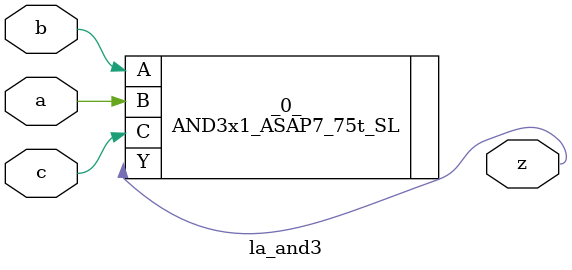
<source format=v>
/* Generated by Yosys 0.37 (git sha1 a5c7f69ed, clang 14.0.0-1ubuntu1.1 -fPIC -Os) */

module la_and3(a, b, c, z);
  input a;
  wire a;
  input b;
  wire b;
  input c;
  wire c;
  output z;
  wire z;
  AND3x1_ASAP7_75t_SL _0_ (
    .A(b),
    .B(a),
    .C(c),
    .Y(z)
  );
endmodule

</source>
